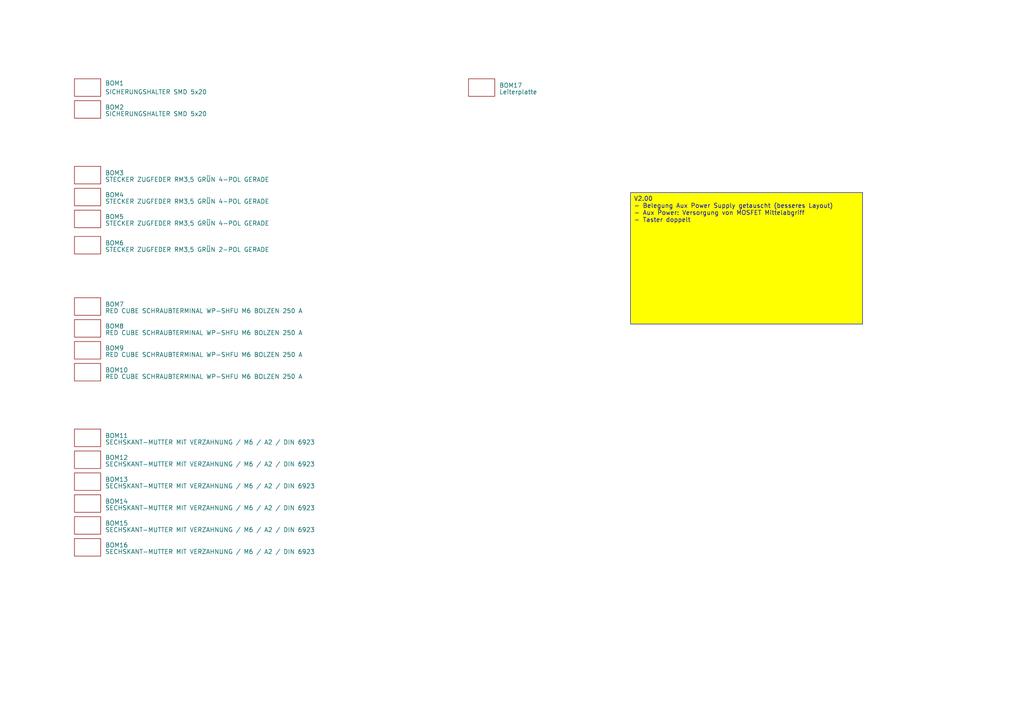
<source format=kicad_sch>
(kicad_sch
	(version 20250114)
	(generator "eeschema")
	(generator_version "9.0")
	(uuid "d2a2d163-13e4-4f1d-aa3d-79667ae6d2fb")
	(paper "A4")
	(lib_symbols
		(symbol "myBOM_Part:BOM-Part"
			(pin_numbers
				(hide yes)
			)
			(pin_names
				(offset 0)
				(hide yes)
			)
			(exclude_from_sim no)
			(in_bom yes)
			(on_board no)
			(property "Reference" "BOM"
				(at 0 0 0)
				(effects
					(font
						(size 1.27 1.27)
					)
				)
			)
			(property "Value" ""
				(at 0 0 0)
				(effects
					(font
						(size 1.27 1.27)
					)
				)
			)
			(property "Footprint" "myDummy:BOM-Dummy"
				(at 0 0 0)
				(effects
					(font
						(size 1.27 1.27)
					)
					(hide yes)
				)
			)
			(property "Datasheet" ""
				(at 0 0 0)
				(effects
					(font
						(size 1.27 1.27)
					)
					(hide yes)
				)
			)
			(property "Description" ""
				(at 0 0 0)
				(effects
					(font
						(size 1.27 1.27)
					)
					(hide yes)
				)
			)
			(symbol "BOM-Part_0_1"
				(rectangle
					(start -3.81 2.54)
					(end 3.81 -2.54)
					(stroke
						(width 0)
						(type default)
					)
					(fill
						(type none)
					)
				)
			)
			(embedded_fonts no)
		)
	)
	(text_box "V2.00\n- Belegung Aux Power Supply getauscht (besseres Layout)\n- Aux Power: Versorgung von MOSFET Mittelabgriff\n- Taster doppelt\n"
		(exclude_from_sim no)
		(at 182.88 55.88 0)
		(size 67.31 38.1)
		(margins 0.9525 0.9525 0.9525 0.9525)
		(stroke
			(width 0)
			(type solid)
		)
		(fill
			(type color)
			(color 255 255 0 1)
		)
		(effects
			(font
				(size 1.27 1.27)
			)
			(justify left top)
		)
		(uuid "24112d1c-5aa9-49ef-988a-13f18db7bec7")
	)
	(symbol
		(lib_id "myBOM_Part:BOM-Part")
		(at 25.4 158.75 0)
		(unit 1)
		(exclude_from_sim no)
		(in_bom yes)
		(on_board yes)
		(dnp no)
		(fields_autoplaced yes)
		(uuid "13be8445-2381-4989-b0c8-cb0b27a90645")
		(property "Reference" "BOM16"
			(at 30.48 158.1149 0)
			(effects
				(font
					(size 1.27 1.27)
				)
				(justify left)
			)
		)
		(property "Value" "SECHSKANT-MUTTER MIT VERZAHNUNG / M6 / A2 / DIN 6923"
			(at 30.48 160.02 0)
			(effects
				(font
					(size 1.27 1.27)
				)
				(justify left)
			)
		)
		(property "Footprint" "myBOM:BOM_PART_2x2mm"
			(at 25.4 158.75 0)
			(effects
				(font
					(size 1.27 1.27)
				)
				(hide yes)
			)
		)
		(property "Datasheet" ""
			(at 25.4 158.75 0)
			(effects
				(font
					(size 1.27 1.27)
				)
				(hide yes)
			)
		)
		(property "Description" "SECHSKANT-MUTTER MIT VERZAHNUNG / M6 / A2 / DIN 6923"
			(at 25.4 158.75 0)
			(effects
				(font
					(size 1.27 1.27)
				)
				(hide yes)
			)
		)
		(property "ECS Art#" "M589"
			(at 25.4 158.75 0)
			(effects
				(font
					(size 1.27 1.27)
				)
				(hide yes)
			)
		)
		(property "HAN" ""
			(at 25.4 158.75 0)
			(effects
				(font
					(size 1.27 1.27)
				)
				(hide yes)
			)
		)
		(property "Voltage" ""
			(at 25.4 158.75 0)
			(effects
				(font
					(size 1.27 1.27)
				)
				(hide yes)
			)
		)
		(property "Toleranz" ""
			(at 25.4 158.75 0)
			(effects
				(font
					(size 1.27 1.27)
				)
				(hide yes)
			)
		)
		(property "Hersteller" ""
			(at 25.4 158.75 0)
			(effects
				(font
					(size 1.27 1.27)
				)
				(hide yes)
			)
		)
		(instances
			(project "smartPro"
				(path "/bf1f8167-8e29-49cc-a467-dd9cc2c77246/4875905e-d35e-4049-a6aa-c7869d81fd32"
					(reference "BOM16")
					(unit 1)
				)
			)
		)
	)
	(symbol
		(lib_id "myBOM_Part:BOM-Part")
		(at 25.4 101.6 0)
		(unit 1)
		(exclude_from_sim no)
		(in_bom yes)
		(on_board yes)
		(dnp no)
		(fields_autoplaced yes)
		(uuid "1b6df1ec-0485-4b7d-a5ee-514894bd27bb")
		(property "Reference" "BOM9"
			(at 30.48 100.9649 0)
			(effects
				(font
					(size 1.27 1.27)
				)
				(justify left)
			)
		)
		(property "Value" "RED CUBE SCHRAUBTERMINAL WP-SHFU M6 BOLZEN 250 A"
			(at 30.48 102.87 0)
			(effects
				(font
					(size 1.27 1.27)
				)
				(justify left)
			)
		)
		(property "Footprint" "myBOM:BOM_PART_2x2mm"
			(at 25.4 101.6 0)
			(effects
				(font
					(size 1.27 1.27)
				)
				(hide yes)
			)
		)
		(property "Datasheet" ""
			(at 25.4 101.6 0)
			(effects
				(font
					(size 1.27 1.27)
				)
				(hide yes)
			)
		)
		(property "Description" "RED CUBE SCHRAUBTERMINAL WP-SHFU M6 BOLZEN 250 A"
			(at 25.4 101.6 0)
			(effects
				(font
					(size 1.27 1.27)
				)
				(hide yes)
			)
		)
		(property "ECS Art#" "CON521"
			(at 25.4 101.6 0)
			(effects
				(font
					(size 1.27 1.27)
				)
				(hide yes)
			)
		)
		(property "HAN" "7461098"
			(at 25.4 101.6 0)
			(effects
				(font
					(size 1.27 1.27)
				)
				(hide yes)
			)
		)
		(property "Voltage" ""
			(at 25.4 101.6 0)
			(effects
				(font
					(size 1.27 1.27)
				)
				(hide yes)
			)
		)
		(property "Toleranz" ""
			(at 25.4 101.6 0)
			(effects
				(font
					(size 1.27 1.27)
				)
				(hide yes)
			)
		)
		(property "Hersteller" "Würth"
			(at 25.4 101.6 0)
			(effects
				(font
					(size 1.27 1.27)
				)
				(hide yes)
			)
		)
		(instances
			(project "smartPro"
				(path "/bf1f8167-8e29-49cc-a467-dd9cc2c77246/4875905e-d35e-4049-a6aa-c7869d81fd32"
					(reference "BOM9")
					(unit 1)
				)
			)
		)
	)
	(symbol
		(lib_id "myBOM_Part:BOM-Part")
		(at 25.4 146.05 0)
		(unit 1)
		(exclude_from_sim no)
		(in_bom yes)
		(on_board yes)
		(dnp no)
		(fields_autoplaced yes)
		(uuid "2a14a79f-b15b-4981-b6b1-db220f193080")
		(property "Reference" "BOM14"
			(at 30.48 145.4149 0)
			(effects
				(font
					(size 1.27 1.27)
				)
				(justify left)
			)
		)
		(property "Value" "SECHSKANT-MUTTER MIT VERZAHNUNG / M6 / A2 / DIN 6923"
			(at 30.48 147.32 0)
			(effects
				(font
					(size 1.27 1.27)
				)
				(justify left)
			)
		)
		(property "Footprint" "myBOM:BOM_PART_2x2mm"
			(at 25.4 146.05 0)
			(effects
				(font
					(size 1.27 1.27)
				)
				(hide yes)
			)
		)
		(property "Datasheet" ""
			(at 25.4 146.05 0)
			(effects
				(font
					(size 1.27 1.27)
				)
				(hide yes)
			)
		)
		(property "Description" "SECHSKANT-MUTTER MIT VERZAHNUNG / M6 / A2 / DIN 6923"
			(at 25.4 146.05 0)
			(effects
				(font
					(size 1.27 1.27)
				)
				(hide yes)
			)
		)
		(property "ECS Art#" "M589"
			(at 25.4 146.05 0)
			(effects
				(font
					(size 1.27 1.27)
				)
				(hide yes)
			)
		)
		(property "HAN" ""
			(at 25.4 146.05 0)
			(effects
				(font
					(size 1.27 1.27)
				)
				(hide yes)
			)
		)
		(property "Voltage" ""
			(at 25.4 146.05 0)
			(effects
				(font
					(size 1.27 1.27)
				)
				(hide yes)
			)
		)
		(property "Toleranz" ""
			(at 25.4 146.05 0)
			(effects
				(font
					(size 1.27 1.27)
				)
				(hide yes)
			)
		)
		(property "Hersteller" ""
			(at 25.4 146.05 0)
			(effects
				(font
					(size 1.27 1.27)
				)
				(hide yes)
			)
		)
		(instances
			(project "smartPro"
				(path "/bf1f8167-8e29-49cc-a467-dd9cc2c77246/4875905e-d35e-4049-a6aa-c7869d81fd32"
					(reference "BOM14")
					(unit 1)
				)
			)
		)
	)
	(symbol
		(lib_id "myBOM_Part:BOM-Part")
		(at 25.4 139.7 0)
		(unit 1)
		(exclude_from_sim no)
		(in_bom yes)
		(on_board yes)
		(dnp no)
		(fields_autoplaced yes)
		(uuid "2ff67a74-e4b4-4e20-ba8c-99282f2a2b30")
		(property "Reference" "BOM13"
			(at 30.48 139.0649 0)
			(effects
				(font
					(size 1.27 1.27)
				)
				(justify left)
			)
		)
		(property "Value" "SECHSKANT-MUTTER MIT VERZAHNUNG / M6 / A2 / DIN 6923"
			(at 30.48 140.97 0)
			(effects
				(font
					(size 1.27 1.27)
				)
				(justify left)
			)
		)
		(property "Footprint" "myBOM:BOM_PART_2x2mm"
			(at 25.4 139.7 0)
			(effects
				(font
					(size 1.27 1.27)
				)
				(hide yes)
			)
		)
		(property "Datasheet" ""
			(at 25.4 139.7 0)
			(effects
				(font
					(size 1.27 1.27)
				)
				(hide yes)
			)
		)
		(property "Description" "SECHSKANT-MUTTER MIT VERZAHNUNG / M6 / A2 / DIN 6923"
			(at 25.4 139.7 0)
			(effects
				(font
					(size 1.27 1.27)
				)
				(hide yes)
			)
		)
		(property "ECS Art#" "M589"
			(at 25.4 139.7 0)
			(effects
				(font
					(size 1.27 1.27)
				)
				(hide yes)
			)
		)
		(property "HAN" ""
			(at 25.4 139.7 0)
			(effects
				(font
					(size 1.27 1.27)
				)
				(hide yes)
			)
		)
		(property "Voltage" ""
			(at 25.4 139.7 0)
			(effects
				(font
					(size 1.27 1.27)
				)
				(hide yes)
			)
		)
		(property "Toleranz" ""
			(at 25.4 139.7 0)
			(effects
				(font
					(size 1.27 1.27)
				)
				(hide yes)
			)
		)
		(property "Hersteller" ""
			(at 25.4 139.7 0)
			(effects
				(font
					(size 1.27 1.27)
				)
				(hide yes)
			)
		)
		(instances
			(project "smartPro"
				(path "/bf1f8167-8e29-49cc-a467-dd9cc2c77246/4875905e-d35e-4049-a6aa-c7869d81fd32"
					(reference "BOM13")
					(unit 1)
				)
			)
		)
	)
	(symbol
		(lib_id "myBOM_Part:BOM-Part")
		(at 25.4 107.95 0)
		(unit 1)
		(exclude_from_sim no)
		(in_bom yes)
		(on_board yes)
		(dnp no)
		(fields_autoplaced yes)
		(uuid "33ba4f5c-fa84-45f2-bf01-aade6a0ebfe8")
		(property "Reference" "BOM10"
			(at 30.48 107.3149 0)
			(effects
				(font
					(size 1.27 1.27)
				)
				(justify left)
			)
		)
		(property "Value" "RED CUBE SCHRAUBTERMINAL WP-SHFU M6 BOLZEN 250 A"
			(at 30.48 109.22 0)
			(effects
				(font
					(size 1.27 1.27)
				)
				(justify left)
			)
		)
		(property "Footprint" "myBOM:BOM_PART_2x2mm"
			(at 25.4 107.95 0)
			(effects
				(font
					(size 1.27 1.27)
				)
				(hide yes)
			)
		)
		(property "Datasheet" ""
			(at 25.4 107.95 0)
			(effects
				(font
					(size 1.27 1.27)
				)
				(hide yes)
			)
		)
		(property "Description" "RED CUBE SCHRAUBTERMINAL WP-SHFU M6 BOLZEN 250 A"
			(at 25.4 107.95 0)
			(effects
				(font
					(size 1.27 1.27)
				)
				(hide yes)
			)
		)
		(property "ECS Art#" "CON521"
			(at 25.4 107.95 0)
			(effects
				(font
					(size 1.27 1.27)
				)
				(hide yes)
			)
		)
		(property "HAN" "7461098"
			(at 25.4 107.95 0)
			(effects
				(font
					(size 1.27 1.27)
				)
				(hide yes)
			)
		)
		(property "Voltage" ""
			(at 25.4 107.95 0)
			(effects
				(font
					(size 1.27 1.27)
				)
				(hide yes)
			)
		)
		(property "Toleranz" ""
			(at 25.4 107.95 0)
			(effects
				(font
					(size 1.27 1.27)
				)
				(hide yes)
			)
		)
		(property "Hersteller" "Würth"
			(at 25.4 107.95 0)
			(effects
				(font
					(size 1.27 1.27)
				)
				(hide yes)
			)
		)
		(instances
			(project "smartPro"
				(path "/bf1f8167-8e29-49cc-a467-dd9cc2c77246/4875905e-d35e-4049-a6aa-c7869d81fd32"
					(reference "BOM10")
					(unit 1)
				)
			)
		)
	)
	(symbol
		(lib_id "myBOM_Part:BOM-Part")
		(at 25.4 95.25 0)
		(unit 1)
		(exclude_from_sim no)
		(in_bom yes)
		(on_board yes)
		(dnp no)
		(fields_autoplaced yes)
		(uuid "3af4fbd4-d40e-452c-9e32-001077c1c6aa")
		(property "Reference" "BOM8"
			(at 30.48 94.6149 0)
			(effects
				(font
					(size 1.27 1.27)
				)
				(justify left)
			)
		)
		(property "Value" "RED CUBE SCHRAUBTERMINAL WP-SHFU M6 BOLZEN 250 A"
			(at 30.48 96.52 0)
			(effects
				(font
					(size 1.27 1.27)
				)
				(justify left)
			)
		)
		(property "Footprint" "myBOM:BOM_PART_2x2mm"
			(at 25.4 95.25 0)
			(effects
				(font
					(size 1.27 1.27)
				)
				(hide yes)
			)
		)
		(property "Datasheet" ""
			(at 25.4 95.25 0)
			(effects
				(font
					(size 1.27 1.27)
				)
				(hide yes)
			)
		)
		(property "Description" "RED CUBE SCHRAUBTERMINAL WP-SHFU M6 BOLZEN 250 A"
			(at 25.4 95.25 0)
			(effects
				(font
					(size 1.27 1.27)
				)
				(hide yes)
			)
		)
		(property "ECS Art#" "CON521"
			(at 25.4 95.25 0)
			(effects
				(font
					(size 1.27 1.27)
				)
				(hide yes)
			)
		)
		(property "HAN" "7461098"
			(at 25.4 95.25 0)
			(effects
				(font
					(size 1.27 1.27)
				)
				(hide yes)
			)
		)
		(property "Voltage" ""
			(at 25.4 95.25 0)
			(effects
				(font
					(size 1.27 1.27)
				)
				(hide yes)
			)
		)
		(property "Toleranz" ""
			(at 25.4 95.25 0)
			(effects
				(font
					(size 1.27 1.27)
				)
				(hide yes)
			)
		)
		(property "Hersteller" "Würth"
			(at 25.4 95.25 0)
			(effects
				(font
					(size 1.27 1.27)
				)
				(hide yes)
			)
		)
		(instances
			(project "smartPro"
				(path "/bf1f8167-8e29-49cc-a467-dd9cc2c77246/4875905e-d35e-4049-a6aa-c7869d81fd32"
					(reference "BOM8")
					(unit 1)
				)
			)
		)
	)
	(symbol
		(lib_id "myBOM_Part:BOM-Part")
		(at 25.4 50.8 0)
		(unit 1)
		(exclude_from_sim no)
		(in_bom yes)
		(on_board yes)
		(dnp no)
		(fields_autoplaced yes)
		(uuid "3b1edae6-9a49-468b-9575-917881cfa914")
		(property "Reference" "BOM3"
			(at 30.48 50.1649 0)
			(effects
				(font
					(size 1.27 1.27)
				)
				(justify left)
			)
		)
		(property "Value" "STECKER ZUGFEDER RM3,5 GRÜN 4-POL GERADE"
			(at 30.48 52.07 0)
			(effects
				(font
					(size 1.27 1.27)
				)
				(justify left)
			)
		)
		(property "Footprint" "myBOM:BOM_PART_2x2mm"
			(at 25.4 50.8 0)
			(effects
				(font
					(size 1.27 1.27)
				)
				(hide yes)
			)
		)
		(property "Datasheet" "https://www.lcsc.com/datasheet/lcsc_datasheet_2111222030_Cixi-Kefa-Elec-KF2EDGKN-3-5-4P_C2923001.pdf"
			(at 25.4 50.8 0)
			(effects
				(font
					(size 1.27 1.27)
				)
				(hide yes)
			)
		)
		(property "Description" "STECKER ZUGFEDER RM3,5 GRÜN 4-POL GERADE"
			(at 25.4 50.8 0)
			(effects
				(font
					(size 1.27 1.27)
				)
				(hide yes)
			)
		)
		(property "ECS Art#" "CON592"
			(at 25.4 50.8 0)
			(effects
				(font
					(size 1.27 1.27)
				)
				(hide yes)
			)
		)
		(property "HAN" "KF2EDGKN-3.5-4P"
			(at 25.4 50.8 0)
			(effects
				(font
					(size 1.27 1.27)
				)
				(hide yes)
			)
		)
		(property "Voltage" ""
			(at 25.4 50.8 0)
			(effects
				(font
					(size 1.27 1.27)
				)
				(hide yes)
			)
		)
		(property "Toleranz" ""
			(at 25.4 50.8 0)
			(effects
				(font
					(size 1.27 1.27)
				)
				(hide yes)
			)
		)
		(property "Hersteller" "Cici"
			(at 25.4 50.8 0)
			(effects
				(font
					(size 1.27 1.27)
				)
				(hide yes)
			)
		)
		(instances
			(project "greenSmartSwitch"
				(path "/bf1f8167-8e29-49cc-a467-dd9cc2c77246/4875905e-d35e-4049-a6aa-c7869d81fd32"
					(reference "BOM3")
					(unit 1)
				)
			)
		)
	)
	(symbol
		(lib_id "myBOM_Part:BOM-Part")
		(at 139.7 25.4 0)
		(unit 1)
		(exclude_from_sim no)
		(in_bom yes)
		(on_board yes)
		(dnp no)
		(fields_autoplaced yes)
		(uuid "4b9b21af-a34a-4336-aa7c-8aa0c8a915e5")
		(property "Reference" "BOM17"
			(at 144.78 24.7649 0)
			(effects
				(font
					(size 1.27 1.27)
				)
				(justify left)
			)
		)
		(property "Value" "Leiterplatte"
			(at 144.78 26.67 0)
			(effects
				(font
					(size 1.27 1.27)
				)
				(justify left)
			)
		)
		(property "Footprint" "myBOM:BOM_PART_2x2mm"
			(at 139.7 25.4 0)
			(effects
				(font
					(size 1.27 1.27)
				)
				(hide yes)
			)
		)
		(property "Datasheet" ""
			(at 139.7 25.4 0)
			(effects
				(font
					(size 1.27 1.27)
				)
				(hide yes)
			)
		)
		(property "Description" "ECS_SMART_PRO_209_LP"
			(at 139.7 25.4 0)
			(effects
				(font
					(size 1.27 1.27)
				)
				(hide yes)
			)
		)
		(property "ECS Art#" "PT097"
			(at 139.7 25.4 0)
			(effects
				(font
					(size 1.27 1.27)
				)
				(hide yes)
			)
		)
		(property "HAN" ""
			(at 139.7 25.4 0)
			(effects
				(font
					(size 1.27 1.27)
				)
				(hide yes)
			)
		)
		(property "Voltage" ""
			(at 139.7 25.4 0)
			(effects
				(font
					(size 1.27 1.27)
				)
				(hide yes)
			)
		)
		(property "Toleranz" ""
			(at 139.7 25.4 0)
			(effects
				(font
					(size 1.27 1.27)
				)
				(hide yes)
			)
		)
		(property "Hersteller" ""
			(at 139.7 25.4 0)
			(effects
				(font
					(size 1.27 1.27)
				)
				(hide yes)
			)
		)
		(instances
			(project "greenSmartSwitch"
				(path "/bf1f8167-8e29-49cc-a467-dd9cc2c77246/4875905e-d35e-4049-a6aa-c7869d81fd32"
					(reference "BOM17")
					(unit 1)
				)
			)
		)
	)
	(symbol
		(lib_id "myBOM_Part:BOM-Part")
		(at 25.4 88.9 0)
		(unit 1)
		(exclude_from_sim no)
		(in_bom yes)
		(on_board yes)
		(dnp no)
		(fields_autoplaced yes)
		(uuid "5f0ba118-cb7e-46a6-9e22-451927bb40a6")
		(property "Reference" "BOM7"
			(at 30.48 88.2649 0)
			(effects
				(font
					(size 1.27 1.27)
				)
				(justify left)
			)
		)
		(property "Value" "RED CUBE SCHRAUBTERMINAL WP-SHFU M6 BOLZEN 250 A"
			(at 30.48 90.17 0)
			(effects
				(font
					(size 1.27 1.27)
				)
				(justify left)
			)
		)
		(property "Footprint" "myBOM:BOM_PART_2x2mm"
			(at 25.4 88.9 0)
			(effects
				(font
					(size 1.27 1.27)
				)
				(hide yes)
			)
		)
		(property "Datasheet" ""
			(at 25.4 88.9 0)
			(effects
				(font
					(size 1.27 1.27)
				)
				(hide yes)
			)
		)
		(property "Description" "RED CUBE SCHRAUBTERMINAL WP-SHFU M6 BOLZEN 250 A"
			(at 25.4 88.9 0)
			(effects
				(font
					(size 1.27 1.27)
				)
				(hide yes)
			)
		)
		(property "ECS Art#" "CON521"
			(at 25.4 88.9 0)
			(effects
				(font
					(size 1.27 1.27)
				)
				(hide yes)
			)
		)
		(property "HAN" "7461098"
			(at 25.4 88.9 0)
			(effects
				(font
					(size 1.27 1.27)
				)
				(hide yes)
			)
		)
		(property "Voltage" ""
			(at 25.4 88.9 0)
			(effects
				(font
					(size 1.27 1.27)
				)
				(hide yes)
			)
		)
		(property "Toleranz" ""
			(at 25.4 88.9 0)
			(effects
				(font
					(size 1.27 1.27)
				)
				(hide yes)
			)
		)
		(property "Hersteller" "Würth"
			(at 25.4 88.9 0)
			(effects
				(font
					(size 1.27 1.27)
				)
				(hide yes)
			)
		)
		(instances
			(project "smartPro"
				(path "/bf1f8167-8e29-49cc-a467-dd9cc2c77246/4875905e-d35e-4049-a6aa-c7869d81fd32"
					(reference "BOM7")
					(unit 1)
				)
			)
		)
	)
	(symbol
		(lib_id "myBOM_Part:BOM-Part")
		(at 25.4 133.35 0)
		(unit 1)
		(exclude_from_sim no)
		(in_bom yes)
		(on_board yes)
		(dnp no)
		(fields_autoplaced yes)
		(uuid "746dd0fa-2fd4-48ee-8689-2235f0729ffb")
		(property "Reference" "BOM12"
			(at 30.48 132.7149 0)
			(effects
				(font
					(size 1.27 1.27)
				)
				(justify left)
			)
		)
		(property "Value" "SECHSKANT-MUTTER MIT VERZAHNUNG / M6 / A2 / DIN 6923"
			(at 30.48 134.62 0)
			(effects
				(font
					(size 1.27 1.27)
				)
				(justify left)
			)
		)
		(property "Footprint" "myBOM:BOM_PART_2x2mm"
			(at 25.4 133.35 0)
			(effects
				(font
					(size 1.27 1.27)
				)
				(hide yes)
			)
		)
		(property "Datasheet" ""
			(at 25.4 133.35 0)
			(effects
				(font
					(size 1.27 1.27)
				)
				(hide yes)
			)
		)
		(property "Description" "SECHSKANT-MUTTER MIT VERZAHNUNG / M6 / A2 / DIN 6923"
			(at 25.4 133.35 0)
			(effects
				(font
					(size 1.27 1.27)
				)
				(hide yes)
			)
		)
		(property "ECS Art#" "M589"
			(at 25.4 133.35 0)
			(effects
				(font
					(size 1.27 1.27)
				)
				(hide yes)
			)
		)
		(property "HAN" ""
			(at 25.4 133.35 0)
			(effects
				(font
					(size 1.27 1.27)
				)
				(hide yes)
			)
		)
		(property "Voltage" ""
			(at 25.4 133.35 0)
			(effects
				(font
					(size 1.27 1.27)
				)
				(hide yes)
			)
		)
		(property "Toleranz" ""
			(at 25.4 133.35 0)
			(effects
				(font
					(size 1.27 1.27)
				)
				(hide yes)
			)
		)
		(property "Hersteller" ""
			(at 25.4 133.35 0)
			(effects
				(font
					(size 1.27 1.27)
				)
				(hide yes)
			)
		)
		(instances
			(project "smartPro"
				(path "/bf1f8167-8e29-49cc-a467-dd9cc2c77246/4875905e-d35e-4049-a6aa-c7869d81fd32"
					(reference "BOM12")
					(unit 1)
				)
			)
		)
	)
	(symbol
		(lib_id "myBOM_Part:BOM-Part")
		(at 25.4 31.75 0)
		(unit 1)
		(exclude_from_sim no)
		(in_bom yes)
		(on_board yes)
		(dnp no)
		(fields_autoplaced yes)
		(uuid "9a77df8c-b0c0-4ce7-a108-fd8d16d413f3")
		(property "Reference" "BOM2"
			(at 30.48 31.1149 0)
			(effects
				(font
					(size 1.27 1.27)
				)
				(justify left)
			)
		)
		(property "Value" "SICHERUNGSHALTER SMD 5x20"
			(at 30.48 33.02 0)
			(effects
				(font
					(size 1.27 1.27)
				)
				(justify left)
			)
		)
		(property "Footprint" "myBOM:BOM_PART_2x2mm"
			(at 25.4 31.75 0)
			(effects
				(font
					(size 1.27 1.27)
				)
				(hide yes)
			)
		)
		(property "Datasheet" "https://shopapi.schukat.com/medias/typ-OGN.pdf?context=bWFzdGVyfHBpbWFzc2V0c3w1MDMzMzZ8YXBwbGljYXRpb24vcGRmfGFEYzBMMmhrTWk4eE1EUTNOVFEzTXpRek5qY3dNaTkwZVhCZlQwZE9MbkJrWmd8Mjg4NGY1YzRmZWU5YjM2YzY0MWZmYmZlYmEzOTNkZjk5YzQyYTRmOWZkOWZjZDBiNjZkMmZiM2QzMWY3ODhiNQ&_gl=1*1v30h1u*_gcl_au*NDkwMDc0NzYyLjE3MzU3MjkyODQ."
			(at 25.4 31.75 0)
			(effects
				(font
					(size 1.27 1.27)
				)
				(hide yes)
			)
		)
		(property "Description" ""
			(at 25.4 31.75 0)
			(effects
				(font
					(size 1.27 1.27)
				)
				(hide yes)
			)
		)
		(property "ECS Art#" "EM469"
			(at 25.4 31.75 0)
			(effects
				(font
					(size 1.27 1.27)
				)
				(hide yes)
			)
		)
		(property "HAN" "0031.8221"
			(at 25.4 31.75 0)
			(effects
				(font
					(size 1.27 1.27)
				)
				(hide yes)
			)
		)
		(property "Voltage" ""
			(at 25.4 31.75 0)
			(effects
				(font
					(size 1.27 1.27)
				)
				(hide yes)
			)
		)
		(property "Toleranz" ""
			(at 25.4 31.75 0)
			(effects
				(font
					(size 1.27 1.27)
				)
				(hide yes)
			)
		)
		(property "Hersteller" "Schurter"
			(at 25.4 31.75 0)
			(effects
				(font
					(size 1.27 1.27)
				)
				(hide yes)
			)
		)
		(instances
			(project "greenSmartSwitch"
				(path "/bf1f8167-8e29-49cc-a467-dd9cc2c77246/4875905e-d35e-4049-a6aa-c7869d81fd32"
					(reference "BOM2")
					(unit 1)
				)
			)
		)
	)
	(symbol
		(lib_id "myBOM_Part:BOM-Part")
		(at 25.4 152.4 0)
		(unit 1)
		(exclude_from_sim no)
		(in_bom yes)
		(on_board yes)
		(dnp no)
		(fields_autoplaced yes)
		(uuid "b0200fd0-8ecf-4179-8745-ae77b7d2a14d")
		(property "Reference" "BOM15"
			(at 30.48 151.7649 0)
			(effects
				(font
					(size 1.27 1.27)
				)
				(justify left)
			)
		)
		(property "Value" "SECHSKANT-MUTTER MIT VERZAHNUNG / M6 / A2 / DIN 6923"
			(at 30.48 153.67 0)
			(effects
				(font
					(size 1.27 1.27)
				)
				(justify left)
			)
		)
		(property "Footprint" "myBOM:BOM_PART_2x2mm"
			(at 25.4 152.4 0)
			(effects
				(font
					(size 1.27 1.27)
				)
				(hide yes)
			)
		)
		(property "Datasheet" ""
			(at 25.4 152.4 0)
			(effects
				(font
					(size 1.27 1.27)
				)
				(hide yes)
			)
		)
		(property "Description" "SECHSKANT-MUTTER MIT VERZAHNUNG / M6 / A2 / DIN 6923"
			(at 25.4 152.4 0)
			(effects
				(font
					(size 1.27 1.27)
				)
				(hide yes)
			)
		)
		(property "ECS Art#" "M589"
			(at 25.4 152.4 0)
			(effects
				(font
					(size 1.27 1.27)
				)
				(hide yes)
			)
		)
		(property "HAN" ""
			(at 25.4 152.4 0)
			(effects
				(font
					(size 1.27 1.27)
				)
				(hide yes)
			)
		)
		(property "Voltage" ""
			(at 25.4 152.4 0)
			(effects
				(font
					(size 1.27 1.27)
				)
				(hide yes)
			)
		)
		(property "Toleranz" ""
			(at 25.4 152.4 0)
			(effects
				(font
					(size 1.27 1.27)
				)
				(hide yes)
			)
		)
		(property "Hersteller" ""
			(at 25.4 152.4 0)
			(effects
				(font
					(size 1.27 1.27)
				)
				(hide yes)
			)
		)
		(instances
			(project "smartPro"
				(path "/bf1f8167-8e29-49cc-a467-dd9cc2c77246/4875905e-d35e-4049-a6aa-c7869d81fd32"
					(reference "BOM15")
					(unit 1)
				)
			)
		)
	)
	(symbol
		(lib_id "myBOM_Part:BOM-Part")
		(at 25.4 57.15 0)
		(unit 1)
		(exclude_from_sim no)
		(in_bom yes)
		(on_board yes)
		(dnp no)
		(fields_autoplaced yes)
		(uuid "b9323593-7eaa-4655-b02b-2825538f14c1")
		(property "Reference" "BOM4"
			(at 30.48 56.5149 0)
			(effects
				(font
					(size 1.27 1.27)
				)
				(justify left)
			)
		)
		(property "Value" "STECKER ZUGFEDER RM3,5 GRÜN 4-POL GERADE"
			(at 30.48 58.42 0)
			(effects
				(font
					(size 1.27 1.27)
				)
				(justify left)
			)
		)
		(property "Footprint" "myBOM:BOM_PART_2x2mm"
			(at 25.4 57.15 0)
			(effects
				(font
					(size 1.27 1.27)
				)
				(hide yes)
			)
		)
		(property "Datasheet" "https://www.lcsc.com/datasheet/lcsc_datasheet_2111222030_Cixi-Kefa-Elec-KF2EDGKN-3-5-4P_C2923001.pdf"
			(at 25.4 57.15 0)
			(effects
				(font
					(size 1.27 1.27)
				)
				(hide yes)
			)
		)
		(property "Description" "STECKER ZUGFEDER RM3,5 GRÜN 4-POL GERADE"
			(at 25.4 57.15 0)
			(effects
				(font
					(size 1.27 1.27)
				)
				(hide yes)
			)
		)
		(property "ECS Art#" "CON592"
			(at 25.4 57.15 0)
			(effects
				(font
					(size 1.27 1.27)
				)
				(hide yes)
			)
		)
		(property "HAN" "KF2EDGKN-3.5-4P"
			(at 25.4 57.15 0)
			(effects
				(font
					(size 1.27 1.27)
				)
				(hide yes)
			)
		)
		(property "Voltage" ""
			(at 25.4 57.15 0)
			(effects
				(font
					(size 1.27 1.27)
				)
				(hide yes)
			)
		)
		(property "Toleranz" ""
			(at 25.4 57.15 0)
			(effects
				(font
					(size 1.27 1.27)
				)
				(hide yes)
			)
		)
		(property "Hersteller" "Cici"
			(at 25.4 57.15 0)
			(effects
				(font
					(size 1.27 1.27)
				)
				(hide yes)
			)
		)
		(instances
			(project "greenSmartSwitch"
				(path "/bf1f8167-8e29-49cc-a467-dd9cc2c77246/4875905e-d35e-4049-a6aa-c7869d81fd32"
					(reference "BOM4")
					(unit 1)
				)
			)
		)
	)
	(symbol
		(lib_id "myBOM_Part:BOM-Part")
		(at 25.4 127 0)
		(unit 1)
		(exclude_from_sim no)
		(in_bom yes)
		(on_board yes)
		(dnp no)
		(fields_autoplaced yes)
		(uuid "dd89091e-41fe-4325-af0c-8fed61e12720")
		(property "Reference" "BOM11"
			(at 30.48 126.3649 0)
			(effects
				(font
					(size 1.27 1.27)
				)
				(justify left)
			)
		)
		(property "Value" "SECHSKANT-MUTTER MIT VERZAHNUNG / M6 / A2 / DIN 6923"
			(at 30.48 128.27 0)
			(effects
				(font
					(size 1.27 1.27)
				)
				(justify left)
			)
		)
		(property "Footprint" "myBOM:BOM_PART_2x2mm"
			(at 25.4 127 0)
			(effects
				(font
					(size 1.27 1.27)
				)
				(hide yes)
			)
		)
		(property "Datasheet" ""
			(at 25.4 127 0)
			(effects
				(font
					(size 1.27 1.27)
				)
				(hide yes)
			)
		)
		(property "Description" "SECHSKANT-MUTTER MIT VERZAHNUNG / M6 / A2 / DIN 6923"
			(at 25.4 127 0)
			(effects
				(font
					(size 1.27 1.27)
				)
				(hide yes)
			)
		)
		(property "ECS Art#" "M589"
			(at 25.4 127 0)
			(effects
				(font
					(size 1.27 1.27)
				)
				(hide yes)
			)
		)
		(property "HAN" ""
			(at 25.4 127 0)
			(effects
				(font
					(size 1.27 1.27)
				)
				(hide yes)
			)
		)
		(property "Voltage" ""
			(at 25.4 127 0)
			(effects
				(font
					(size 1.27 1.27)
				)
				(hide yes)
			)
		)
		(property "Toleranz" ""
			(at 25.4 127 0)
			(effects
				(font
					(size 1.27 1.27)
				)
				(hide yes)
			)
		)
		(property "Hersteller" ""
			(at 25.4 127 0)
			(effects
				(font
					(size 1.27 1.27)
				)
				(hide yes)
			)
		)
		(instances
			(project "smartPro"
				(path "/bf1f8167-8e29-49cc-a467-dd9cc2c77246/4875905e-d35e-4049-a6aa-c7869d81fd32"
					(reference "BOM11")
					(unit 1)
				)
			)
		)
	)
	(symbol
		(lib_id "myBOM_Part:BOM-Part")
		(at 25.4 63.5 0)
		(unit 1)
		(exclude_from_sim no)
		(in_bom yes)
		(on_board yes)
		(dnp no)
		(fields_autoplaced yes)
		(uuid "de01e9d5-c9c5-4266-ae28-85fc98121fa8")
		(property "Reference" "BOM5"
			(at 30.48 62.8649 0)
			(effects
				(font
					(size 1.27 1.27)
				)
				(justify left)
			)
		)
		(property "Value" "STECKER ZUGFEDER RM3,5 GRÜN 4-POL GERADE"
			(at 30.48 64.77 0)
			(effects
				(font
					(size 1.27 1.27)
				)
				(justify left)
			)
		)
		(property "Footprint" "myBOM:BOM_PART_2x2mm"
			(at 25.4 63.5 0)
			(effects
				(font
					(size 1.27 1.27)
				)
				(hide yes)
			)
		)
		(property "Datasheet" "https://www.lcsc.com/datasheet/lcsc_datasheet_2111222030_Cixi-Kefa-Elec-KF2EDGKN-3-5-4P_C2923001.pdf"
			(at 25.4 63.5 0)
			(effects
				(font
					(size 1.27 1.27)
				)
				(hide yes)
			)
		)
		(property "Description" "STECKER ZUGFEDER RM3,5 GRÜN 4-POL GERADE"
			(at 25.4 63.5 0)
			(effects
				(font
					(size 1.27 1.27)
				)
				(hide yes)
			)
		)
		(property "ECS Art#" "CON592"
			(at 25.4 63.5 0)
			(effects
				(font
					(size 1.27 1.27)
				)
				(hide yes)
			)
		)
		(property "HAN" "KF2EDGKN-3.5-4P"
			(at 25.4 63.5 0)
			(effects
				(font
					(size 1.27 1.27)
				)
				(hide yes)
			)
		)
		(property "Voltage" ""
			(at 25.4 63.5 0)
			(effects
				(font
					(size 1.27 1.27)
				)
				(hide yes)
			)
		)
		(property "Toleranz" ""
			(at 25.4 63.5 0)
			(effects
				(font
					(size 1.27 1.27)
				)
				(hide yes)
			)
		)
		(property "Hersteller" "Cici"
			(at 25.4 63.5 0)
			(effects
				(font
					(size 1.27 1.27)
				)
				(hide yes)
			)
		)
		(instances
			(project "greenSmartSwitch"
				(path "/bf1f8167-8e29-49cc-a467-dd9cc2c77246/4875905e-d35e-4049-a6aa-c7869d81fd32"
					(reference "BOM5")
					(unit 1)
				)
			)
		)
	)
	(symbol
		(lib_id "myBOM_Part:BOM-Part")
		(at 25.4 25.4 180)
		(unit 1)
		(exclude_from_sim no)
		(in_bom yes)
		(on_board yes)
		(dnp no)
		(fields_autoplaced yes)
		(uuid "e64363a9-72c2-4668-ae9d-e85af351ba12")
		(property "Reference" "BOM1"
			(at 30.48 24.1299 0)
			(effects
				(font
					(size 1.27 1.27)
				)
				(justify right)
			)
		)
		(property "Value" "SICHERUNGSHALTER SMD 5x20"
			(at 30.48 26.6699 0)
			(effects
				(font
					(size 1.27 1.27)
				)
				(justify right)
			)
		)
		(property "Footprint" "myBOM:BOM_PART_2x2mm"
			(at 25.4 25.4 0)
			(effects
				(font
					(size 1.27 1.27)
				)
				(hide yes)
			)
		)
		(property "Datasheet" "https://shopapi.schukat.com/medias/typ-OGN.pdf?context=bWFzdGVyfHBpbWFzc2V0c3w1MDMzMzZ8YXBwbGljYXRpb24vcGRmfGFEYzBMMmhrTWk4eE1EUTNOVFEzTXpRek5qY3dNaTkwZVhCZlQwZE9MbkJrWmd8Mjg4NGY1YzRmZWU5YjM2YzY0MWZmYmZlYmEzOTNkZjk5YzQyYTRmOWZkOWZjZDBiNjZkMmZiM2QzMWY3ODhiNQ&_gl=1*1v30h1u*_gcl_au*NDkwMDc0NzYyLjE3MzU3MjkyODQ."
			(at 25.4 25.4 0)
			(effects
				(font
					(size 1.27 1.27)
				)
				(hide yes)
			)
		)
		(property "Description" ""
			(at 25.4 25.4 0)
			(effects
				(font
					(size 1.27 1.27)
				)
				(hide yes)
			)
		)
		(property "ECS Art#" "EM469"
			(at 25.4 25.4 0)
			(effects
				(font
					(size 1.27 1.27)
				)
				(hide yes)
			)
		)
		(property "HAN" "0031.8221"
			(at 25.4 25.4 0)
			(effects
				(font
					(size 1.27 1.27)
				)
				(hide yes)
			)
		)
		(property "Voltage" ""
			(at 25.4 25.4 0)
			(effects
				(font
					(size 1.27 1.27)
				)
				(hide yes)
			)
		)
		(property "Toleranz" ""
			(at 25.4 25.4 0)
			(effects
				(font
					(size 1.27 1.27)
				)
				(hide yes)
			)
		)
		(property "Hersteller" "Schurter"
			(at 25.4 25.4 0)
			(effects
				(font
					(size 1.27 1.27)
				)
				(hide yes)
			)
		)
		(instances
			(project ""
				(path "/bf1f8167-8e29-49cc-a467-dd9cc2c77246/4875905e-d35e-4049-a6aa-c7869d81fd32"
					(reference "BOM1")
					(unit 1)
				)
			)
		)
	)
	(symbol
		(lib_id "myBOM_Part:BOM-Part")
		(at 25.4 71.12 0)
		(unit 1)
		(exclude_from_sim no)
		(in_bom yes)
		(on_board yes)
		(dnp no)
		(fields_autoplaced yes)
		(uuid "fdfa8543-b973-4844-9972-e1f09a394bdc")
		(property "Reference" "BOM6"
			(at 30.48 70.4849 0)
			(effects
				(font
					(size 1.27 1.27)
				)
				(justify left)
			)
		)
		(property "Value" "STECKER ZUGFEDER RM3,5 GRÜN 2-POL GERADE"
			(at 30.48 72.39 0)
			(effects
				(font
					(size 1.27 1.27)
				)
				(justify left)
			)
		)
		(property "Footprint" "myBOM:BOM_PART_2x2mm"
			(at 25.4 71.12 0)
			(effects
				(font
					(size 1.27 1.27)
				)
				(hide yes)
			)
		)
		(property "Datasheet" "https://www.lcsc.com/datasheet/lcsc_datasheet_2111222030_Cixi-Kefa-Elec-KF2EDGKN-3-5-2P_C2922999.pdf"
			(at 25.4 71.12 0)
			(effects
				(font
					(size 1.27 1.27)
				)
				(hide yes)
			)
		)
		(property "Description" "STECKER ZUGFEDER RM3,5 GRÜN 2-POL GERADE"
			(at 25.4 71.12 0)
			(effects
				(font
					(size 1.27 1.27)
				)
				(hide yes)
			)
		)
		(property "ECS Art#" "CON181"
			(at 25.4 71.12 0)
			(effects
				(font
					(size 1.27 1.27)
				)
				(hide yes)
			)
		)
		(property "HAN" "KF2EDGKN-3.5-2P"
			(at 25.4 71.12 0)
			(effects
				(font
					(size 1.27 1.27)
				)
				(hide yes)
			)
		)
		(property "Voltage" ""
			(at 25.4 71.12 0)
			(effects
				(font
					(size 1.27 1.27)
				)
				(hide yes)
			)
		)
		(property "Toleranz" ""
			(at 25.4 71.12 0)
			(effects
				(font
					(size 1.27 1.27)
				)
				(hide yes)
			)
		)
		(property "Hersteller" "Cici"
			(at 25.4 71.12 0)
			(effects
				(font
					(size 1.27 1.27)
				)
				(hide yes)
			)
		)
		(instances
			(project "greenSmartSwitch"
				(path "/bf1f8167-8e29-49cc-a467-dd9cc2c77246/4875905e-d35e-4049-a6aa-c7869d81fd32"
					(reference "BOM6")
					(unit 1)
				)
			)
		)
	)
)

</source>
